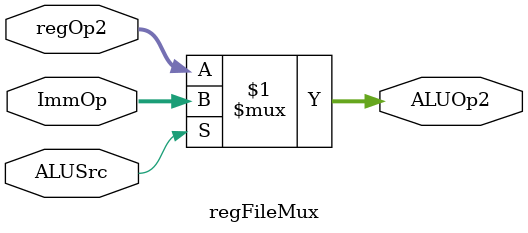
<source format=sv>

module regFileMux# (
    parameter Data_Width = 32

) (
    //Interface signals
    input logic [Data_Width-1:0] regOp2, //Output if mux select is 0
    input logic [Data_Width-1:0] ImmOp, //Output if mux select is 1
    input logic ALUSrc, //mux select
    output logic [Data_Width-1:0] ALUOp2 //2nd output of ALU
);

assign ALUOp2 = (ALUSrc) ? ImmOp:regOp2;


endmodule


</source>
